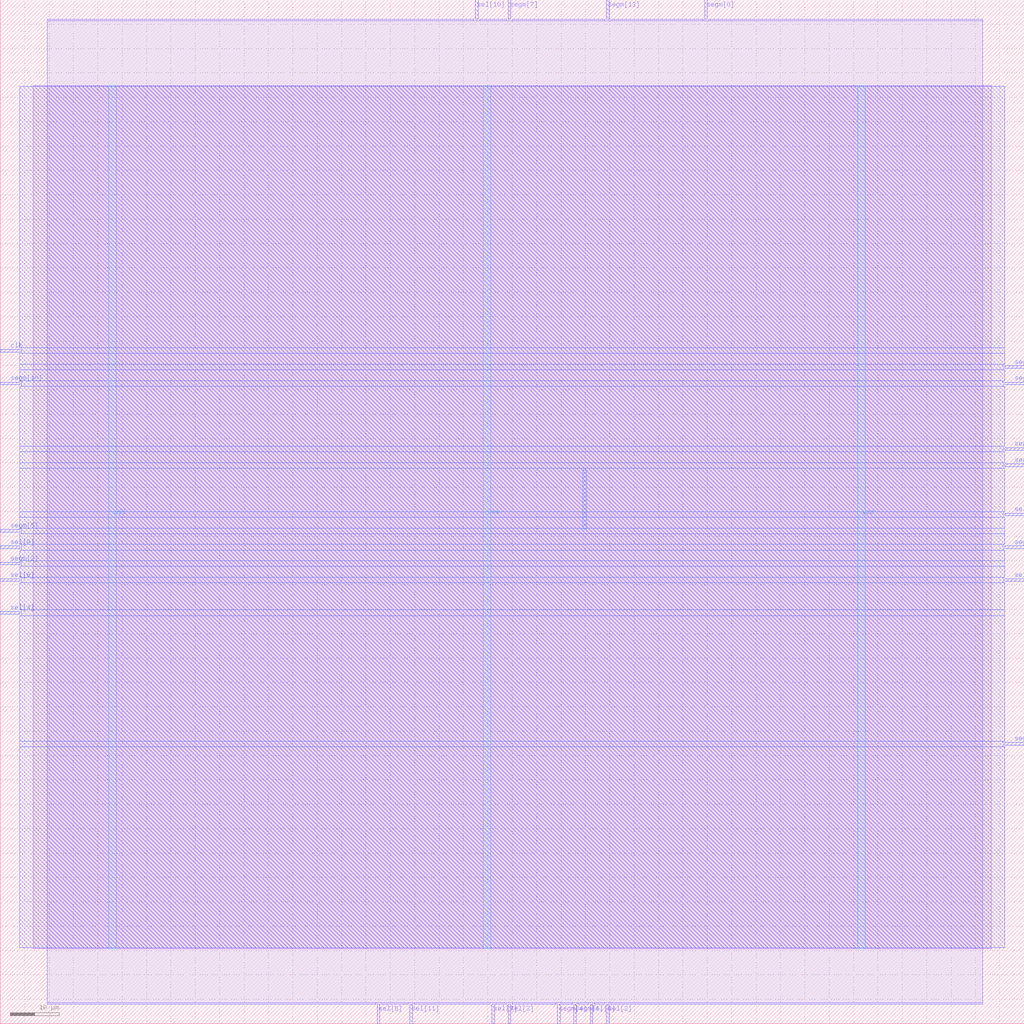
<source format=lef>
VERSION 5.7 ;
  NOWIREEXTENSIONATPIN ON ;
  DIVIDERCHAR "/" ;
  BUSBITCHARS "[]" ;
MACRO ita40
  CLASS BLOCK ;
  FOREIGN ita40 ;
  ORIGIN 0.000 0.000 ;
  SIZE 210.000 BY 210.000 ;
  PIN clk
    DIRECTION INPUT ;
    USE SIGNAL ;
    ANTENNAGATEAREA 4.738000 ;
    ANTENNADIFFAREA 0.410400 ;
    PORT
      LAYER Metal3 ;
        RECT 0.000 137.760 4.000 138.320 ;
    END
  END clk
  PIN segm[0]
    DIRECTION OUTPUT TRISTATE ;
    USE SIGNAL ;
    ANTENNADIFFAREA 0.360800 ;
    PORT
      LAYER Metal2 ;
        RECT 144.480 206.000 145.040 210.000 ;
    END
  END segm[0]
  PIN segm[10]
    DIRECTION OUTPUT TRISTATE ;
    USE SIGNAL ;
    ANTENNADIFFAREA 4.731200 ;
    PORT
      LAYER Metal3 ;
        RECT 0.000 131.040 4.000 131.600 ;
    END
  END segm[10]
  PIN segm[11]
    DIRECTION OUTPUT TRISTATE ;
    USE SIGNAL ;
    ANTENNADIFFAREA 4.731200 ;
    PORT
      LAYER Metal3 ;
        RECT 206.000 117.600 210.000 118.160 ;
    END
  END segm[11]
  PIN segm[12]
    DIRECTION OUTPUT TRISTATE ;
    USE SIGNAL ;
    ANTENNADIFFAREA 4.731200 ;
    PORT
      LAYER Metal3 ;
        RECT 206.000 114.240 210.000 114.800 ;
    END
  END segm[12]
  PIN segm[13]
    DIRECTION OUTPUT TRISTATE ;
    USE SIGNAL ;
    ANTENNADIFFAREA 4.731200 ;
    PORT
      LAYER Metal2 ;
        RECT 124.320 206.000 124.880 210.000 ;
    END
  END segm[13]
  PIN segm[1]
    DIRECTION OUTPUT TRISTATE ;
    USE SIGNAL ;
    ANTENNADIFFAREA 4.731200 ;
    PORT
      LAYER Metal2 ;
        RECT 117.600 0.000 118.160 4.000 ;
    END
  END segm[1]
  PIN segm[2]
    DIRECTION OUTPUT TRISTATE ;
    USE SIGNAL ;
    ANTENNADIFFAREA 4.731200 ;
    PORT
      LAYER Metal3 ;
        RECT 0.000 94.080 4.000 94.640 ;
    END
  END segm[2]
  PIN segm[3]
    DIRECTION OUTPUT TRISTATE ;
    USE SIGNAL ;
    ANTENNADIFFAREA 0.360800 ;
    PORT
      LAYER Metal3 ;
        RECT 206.000 57.120 210.000 57.680 ;
    END
  END segm[3]
  PIN segm[4]
    DIRECTION OUTPUT TRISTATE ;
    USE SIGNAL ;
    ANTENNADIFFAREA 4.731200 ;
    PORT
      LAYER Metal2 ;
        RECT 114.240 0.000 114.800 4.000 ;
    END
  END segm[4]
  PIN segm[5]
    DIRECTION OUTPUT TRISTATE ;
    USE SIGNAL ;
    ANTENNADIFFAREA 4.731200 ;
    PORT
      LAYER Metal3 ;
        RECT 0.000 100.800 4.000 101.360 ;
    END
  END segm[5]
  PIN segm[6]
    DIRECTION OUTPUT TRISTATE ;
    USE SIGNAL ;
    ANTENNADIFFAREA 4.731200 ;
    PORT
      LAYER Metal3 ;
        RECT 206.000 97.440 210.000 98.000 ;
    END
  END segm[6]
  PIN segm[7]
    DIRECTION OUTPUT TRISTATE ;
    USE SIGNAL ;
    ANTENNADIFFAREA 4.731200 ;
    PORT
      LAYER Metal2 ;
        RECT 104.160 206.000 104.720 210.000 ;
    END
  END segm[7]
  PIN segm[8]
    DIRECTION OUTPUT TRISTATE ;
    USE SIGNAL ;
    ANTENNADIFFAREA 4.731200 ;
    PORT
      LAYER Metal3 ;
        RECT 206.000 134.400 210.000 134.960 ;
    END
  END segm[8]
  PIN segm[9]
    DIRECTION OUTPUT TRISTATE ;
    USE SIGNAL ;
    ANTENNADIFFAREA 4.731200 ;
    PORT
      LAYER Metal3 ;
        RECT 206.000 131.040 210.000 131.600 ;
    END
  END segm[9]
  PIN sel[0]
    DIRECTION OUTPUT TRISTATE ;
    USE SIGNAL ;
    ANTENNADIFFAREA 4.731200 ;
    PORT
      LAYER Metal2 ;
        RECT 120.960 0.000 121.520 4.000 ;
    END
  END sel[0]
  PIN sel[10]
    DIRECTION OUTPUT TRISTATE ;
    USE SIGNAL ;
    ANTENNADIFFAREA 4.731200 ;
    PORT
      LAYER Metal2 ;
        RECT 97.440 206.000 98.000 210.000 ;
    END
  END sel[10]
  PIN sel[11]
    DIRECTION OUTPUT TRISTATE ;
    USE SIGNAL ;
    ANTENNADIFFAREA 4.731200 ;
    PORT
      LAYER Metal2 ;
        RECT 84.000 0.000 84.560 4.000 ;
    END
  END sel[11]
  PIN sel[1]
    DIRECTION OUTPUT TRISTATE ;
    USE SIGNAL ;
    ANTENNADIFFAREA 4.731200 ;
    PORT
      LAYER Metal3 ;
        RECT 206.000 104.160 210.000 104.720 ;
    END
  END sel[1]
  PIN sel[2]
    DIRECTION OUTPUT TRISTATE ;
    USE SIGNAL ;
    ANTENNADIFFAREA 4.731200 ;
    PORT
      LAYER Metal2 ;
        RECT 124.320 0.000 124.880 4.000 ;
    END
  END sel[2]
  PIN sel[3]
    DIRECTION OUTPUT TRISTATE ;
    USE SIGNAL ;
    ANTENNADIFFAREA 4.731200 ;
    PORT
      LAYER Metal2 ;
        RECT 104.160 0.000 104.720 4.000 ;
    END
  END sel[3]
  PIN sel[4]
    DIRECTION OUTPUT TRISTATE ;
    USE SIGNAL ;
    ANTENNADIFFAREA 4.731200 ;
    PORT
      LAYER Metal3 ;
        RECT 0.000 84.000 4.000 84.560 ;
    END
  END sel[4]
  PIN sel[5]
    DIRECTION OUTPUT TRISTATE ;
    USE SIGNAL ;
    ANTENNADIFFAREA 4.731200 ;
    PORT
      LAYER Metal2 ;
        RECT 77.280 0.000 77.840 4.000 ;
    END
  END sel[5]
  PIN sel[6]
    DIRECTION OUTPUT TRISTATE ;
    USE SIGNAL ;
    ANTENNADIFFAREA 4.731200 ;
    PORT
      LAYER Metal3 ;
        RECT 206.000 90.720 210.000 91.280 ;
    END
  END sel[6]
  PIN sel[7]
    DIRECTION OUTPUT TRISTATE ;
    USE SIGNAL ;
    ANTENNADIFFAREA 4.731200 ;
    PORT
      LAYER Metal2 ;
        RECT 100.800 0.000 101.360 4.000 ;
    END
  END sel[7]
  PIN sel[8]
    DIRECTION OUTPUT TRISTATE ;
    USE SIGNAL ;
    ANTENNADIFFAREA 4.731200 ;
    PORT
      LAYER Metal3 ;
        RECT 0.000 90.720 4.000 91.280 ;
    END
  END sel[8]
  PIN sel[9]
    DIRECTION OUTPUT TRISTATE ;
    USE SIGNAL ;
    ANTENNADIFFAREA 4.731200 ;
    PORT
      LAYER Metal3 ;
        RECT 0.000 97.440 4.000 98.000 ;
    END
  END sel[9]
  PIN vdd
    DIRECTION INOUT ;
    USE POWER ;
    PORT
      LAYER Metal4 ;
        RECT 22.240 15.380 23.840 192.380 ;
    END
    PORT
      LAYER Metal4 ;
        RECT 175.840 15.380 177.440 192.380 ;
    END
  END vdd
  PIN vss
    DIRECTION INOUT ;
    USE GROUND ;
    PORT
      LAYER Metal4 ;
        RECT 99.040 15.380 100.640 192.380 ;
    END
  END vss
  OBS
      LAYER Metal1 ;
        RECT 6.720 15.380 203.280 192.380 ;
      LAYER Metal2 ;
        RECT 9.660 205.700 97.140 206.000 ;
        RECT 98.300 205.700 103.860 206.000 ;
        RECT 105.020 205.700 124.020 206.000 ;
        RECT 125.180 205.700 144.180 206.000 ;
        RECT 145.340 205.700 201.460 206.000 ;
        RECT 9.660 4.300 201.460 205.700 ;
        RECT 9.660 4.000 76.980 4.300 ;
        RECT 78.140 4.000 83.700 4.300 ;
        RECT 84.860 4.000 100.500 4.300 ;
        RECT 101.660 4.000 103.860 4.300 ;
        RECT 105.020 4.000 113.940 4.300 ;
        RECT 115.100 4.000 117.300 4.300 ;
        RECT 118.460 4.000 120.660 4.300 ;
        RECT 121.820 4.000 124.020 4.300 ;
        RECT 125.180 4.000 201.460 4.300 ;
      LAYER Metal3 ;
        RECT 4.000 138.620 206.000 192.220 ;
        RECT 4.300 137.460 206.000 138.620 ;
        RECT 4.000 135.260 206.000 137.460 ;
        RECT 4.000 134.100 205.700 135.260 ;
        RECT 4.000 131.900 206.000 134.100 ;
        RECT 4.300 130.740 205.700 131.900 ;
        RECT 4.000 118.460 206.000 130.740 ;
        RECT 4.000 117.300 205.700 118.460 ;
        RECT 4.000 115.100 206.000 117.300 ;
        RECT 4.000 113.940 205.700 115.100 ;
        RECT 4.000 105.020 206.000 113.940 ;
        RECT 4.000 103.860 205.700 105.020 ;
        RECT 4.000 101.660 206.000 103.860 ;
        RECT 4.300 100.500 206.000 101.660 ;
        RECT 4.000 98.300 206.000 100.500 ;
        RECT 4.300 97.140 205.700 98.300 ;
        RECT 4.000 94.940 206.000 97.140 ;
        RECT 4.300 93.780 206.000 94.940 ;
        RECT 4.000 91.580 206.000 93.780 ;
        RECT 4.300 90.420 205.700 91.580 ;
        RECT 4.000 84.860 206.000 90.420 ;
        RECT 4.300 83.700 206.000 84.860 ;
        RECT 4.000 57.980 206.000 83.700 ;
        RECT 4.000 56.820 205.700 57.980 ;
        RECT 4.000 15.540 206.000 56.820 ;
      LAYER Metal4 ;
        RECT 119.420 101.450 120.260 113.590 ;
  END
END ita40
END LIBRARY


</source>
